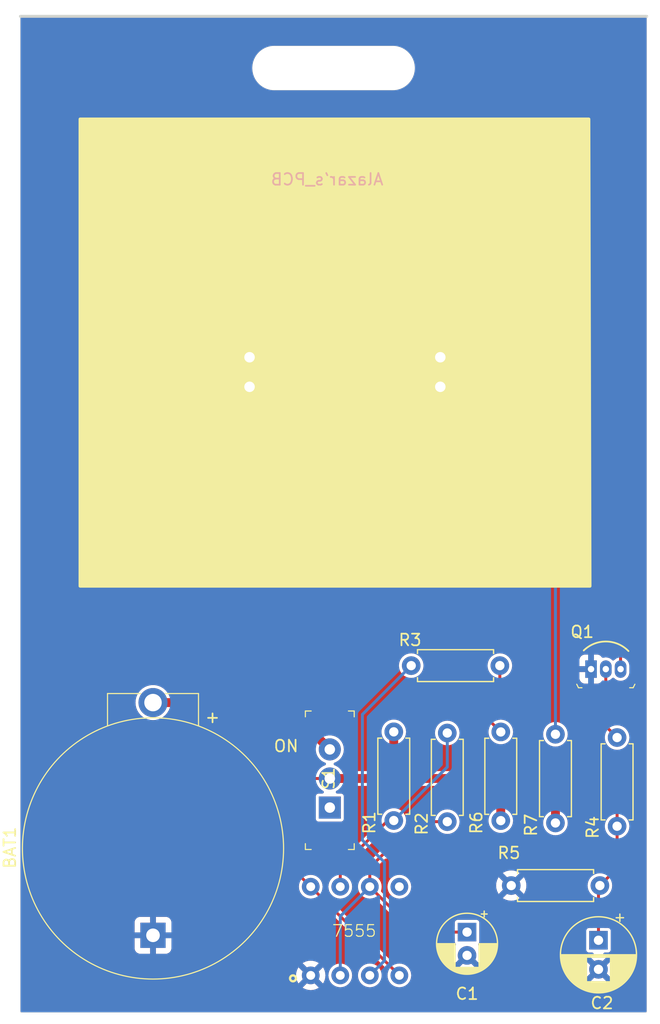
<source format=kicad_pcb>
(kicad_pcb (version 20221018) (generator pcbnew)
  (title_block (title "Alazar's PCB design") (date "2024-05-29") (rev "V01") (company "ME433") (comment 3 "Author: Alazar Tegegnework"))
  (layers (0 "F.Cu" signal) (31 "B.Cu" signal) (34 "B.Paste" user) (35 "F.Paste" user) (36 "B.SilkS" user "B.Silkscreen") (37 "F.SilkS" user "F.Silkscreen") (38 "B.Mask" user) (39 "F.Mask" user) (44 "Edge.Cuts" user))
  (net 0 "")
  (net 1 "GND")
  (net 2 "Net-(BAT1-PadPos)")
  (net 3 "Net-(U1-THRESH)")
  (net 4 "Net-(C2-Pad1)")
  (net 5 "Net-(D1-K)")
  (net 6 "Net-(D1-A)")
  (net 7 "Net-(D2-A)")
  (net 8 "Net-(Q1-B)")
  (net 9 "VCC")
  (net 10 "Net-(U1-DIS)")
  (net 11 "Net-(U1-OUT)")
  (footprint "Resistor_THT:R_Axial_DIN0207_L6.3mm_D2.5mm_P7.62mm_Horizontal" (layer "F.Cu") (at 163.7 102.99 -90)
    (fp_text reference "R2" (at 7.81 2.2 90) (layer "F.SilkS"))
    (fp_text value "330k")
    (fp_line (start 0.54 -1.37) (end 7.08 -1.37) (stroke (width 0.12)) (layer "F.SilkS"))
    (fp_line (start 0.54 -1.04) (end 0.54 -1.37) (stroke (width 0.12)) (layer "F.SilkS"))
    (fp_line (start 0.54 1.04) (end 0.54 1.37) (stroke (width 0.12)) (layer "F.SilkS"))
    (fp_line (start 0.54 1.37) (end 7.08 1.37) (stroke (width 0.12)) (layer "F.SilkS"))
    (fp_line (start 7.08 -1.37) (end 7.08 -1.04) (stroke (width 0.12)) (layer "F.SilkS"))
    (fp_line (start 7.08 1.37) (end 7.08 1.04) (stroke (width 0.12)) (layer "F.SilkS"))
    (pad "1" thru_hole circle (at 0 0 270) (size 1.6 1.6) (drill 0.8) (layers "*.Cu" "*.Mask") (net 10 "Net-(U1-DIS)"))
    (pad "2" thru_hole oval (at 7.62 0 270) (size 1.6 1.6) (drill 0.8) (layers "*.Cu" "*.Mask") (net 3 "Net-(U1-THRESH)"))
  )
  (footprint "LED_THT:LED_D3.0mm" (layer "F.Cu") (at 163.1 73.24 90)
    (fp_text reference "D2" (at 1.27 -2.96 90) (layer "F.SilkS"))
    (fp_text value "RED")
    (fp_line (start -0.29 -1.236) (end -0.29 -1.08) (stroke (width 0.12)) (layer "F.SilkS"))
    (fp_line (start -0.29 1.08) (end -0.29 1.236) (stroke (width 0.12)) (layer "F.SilkS"))
    (fp_arc (start -0.29 -1.235516) (mid 1.366487 -1.987659) (end 2.942335 -1.078608) (stroke (width 0.12)) (layer "F.SilkS"))
    (fp_arc (start 0.229039 -1.08) (mid 1.270117 -1.5) (end 2.31113 -1.079837) (stroke (width 0.12)) (layer "F.SilkS"))
    (fp_arc (start 2.31113 1.079837) (mid 1.270117 1.5) (end 0.229039 1.08) (stroke (width 0.12)) (layer "F.SilkS"))
    (fp_arc (start 2.942335 1.078608) (mid 1.366487 1.987659) (end -0.29 1.235516) (stroke (width 0.12)) (layer "F.SilkS"))
    (pad "1" thru_hole rect (at 0 0 90) (size 1.8 1.8) (drill 0.9) (layers "*.Cu" "*.Mask") (net 5 "Net-(D1-K)"))
    (pad "2" thru_hole circle (at 2.54 0 90) (size 1.8 1.8) (drill 0.9) (layers "*.Cu" "*.Mask") (net 7 "Net-(D2-A)"))
  )
  (footprint "Resistor_THT:R_Axial_DIN0207_L6.3mm_D2.5mm_P7.62mm_Horizontal" (layer "F.Cu") (at 160.6 97.2)
    (fp_text reference "R3" (at -0.1 -2.2) (layer "F.SilkS"))
    (fp_text value "22k")
    (fp_line (start 0.54 -1.37) (end 7.08 -1.37) (stroke (width 0.12)) (layer "F.SilkS"))
    (fp_line (start 0.54 -1.04) (end 0.54 -1.37) (stroke (width 0.12)) (layer "F.SilkS"))
    (fp_line (start 0.54 1.04) (end 0.54 1.37) (stroke (width 0.12)) (layer "F.SilkS"))
    (fp_line (start 0.54 1.37) (end 7.08 1.37) (stroke (width 0.12)) (layer "F.SilkS"))
    (fp_line (start 7.08 -1.37) (end 7.08 -1.04) (stroke (width 0.12)) (layer "F.SilkS"))
    (fp_line (start 7.08 1.37) (end 7.08 1.04) (stroke (width 0.12)) (layer "F.SilkS"))
    (pad "1" thru_hole circle (at 0 0) (size 1.6 1.6) (drill 0.8) (layers "*.Cu" "*.Mask") (net 11 "Net-(U1-OUT)"))
    (pad "2" thru_hole oval (at 7.62 0) (size 1.6 1.6) (drill 0.8) (layers "*.Cu" "*.Mask") (net 4 "Net-(C2-Pad1)"))
  )
  (footprint "Resistor_THT:R_Axial_DIN0207_L6.3mm_D2.5mm_P7.62mm_Horizontal" (layer "F.Cu") (at 178.3 111 90)
    (fp_text reference "R4" (at -0.1 -2.1 90) (layer "F.SilkS"))
    (fp_text value "10k")
    (fp_line (start 0.54 -1.37) (end 7.08 -1.37) (stroke (width 0.12)) (layer "F.SilkS"))
    (fp_line (start 0.54 -1.04) (end 0.54 -1.37) (stroke (width 0.12)) (layer "F.SilkS"))
    (fp_line (start 0.54 1.04) (end 0.54 1.37) (stroke (width 0.12)) (layer "F.SilkS"))
    (fp_line (start 0.54 1.37) (end 7.08 1.37) (stroke (width 0.12)) (layer "F.SilkS"))
    (fp_line (start 7.08 -1.37) (end 7.08 -1.04) (stroke (width 0.12)) (layer "F.SilkS"))
    (fp_line (start 7.08 1.37) (end 7.08 1.04) (stroke (width 0.12)) (layer "F.SilkS"))
    (pad "1" thru_hole circle (at 0 0 90) (size 1.6 1.6) (drill 0.8) (layers "*.Cu" "*.Mask") (net 4 "Net-(C2-Pad1)"))
    (pad "2" thru_hole oval (at 7.62 0 90) (size 1.6 1.6) (drill 0.8) (layers "*.Cu" "*.Mask") (net 8 "Net-(Q1-B)"))
  )
  (footprint "my_kikad:ICM7555_PDIP" (layer "F.Cu") (at 155.77 120.01)
    (fp_text reference "7555" (at -0.07 -0.01 unlocked) (layer "F.SilkS") (effects (font (thickness 0.1))))
    (fp_text value "~")
    (fp_circle (center -5.334 4.064) (end -5.08 4.064) (stroke (width 0.2032)) (fill none) (layer "F.SilkS"))
    (pad "1" thru_hole circle (at -3.81 3.81) (size 1.524 1.524) (drill 0.762) (layers "*.Cu" "*.Mask") (net 1 "GND"))
    (pad "2" thru_hole circle (at -1.27 3.81) (size 1.524 1.524) (drill 0.762) (layers "*.Cu" "*.Mask") (net 3 "Net-(U1-THRESH)"))
    (pad "3" thru_hole circle (at 1.27 3.81) (size 1.524 1.524) (drill 0.762) (layers "*.Cu" "*.Mask") (net 11 "Net-(U1-OUT)"))
    (pad "4" thru_hole circle (at 3.81 3.81) (size 1.524 1.524) (drill 0.762) (layers "*.Cu" "*.Mask") (net 9 "VCC"))
    (pad "5" thru_hole circle (at 3.81 -3.81) (size 1.524 1.524) (drill 0.762) (layers "*.Cu" "*.Mask"))
    (pad "6" thru_hole circle (at 1.27 -3.81) (size 1.524 1.524) (drill 0.762) (layers "*.Cu" "*.Mask") (net 3 "Net-(U1-THRESH)"))
    (pad "7" thru_hole circle (at -1.27 -3.81) (size 1.524 1.524) (drill 0.762) (layers "*.Cu" "*.Mask") (net 10 "Net-(U1-DIS)"))
    (pad "8" thru_hole circle (at -3.81 -3.81) (size 1.524 1.524) (drill 0.762) (layers "*.Cu" "*.Mask") (net 9 "VCC"))
  )
  (footprint "digikey-footprints:Battery_Holder_Coin_2032_BS-7" (layer "F.Cu") (at 138.4 120.3757 90)
    (fp_text reference "BAT1" (at 7.52856 -12.3063 90) (layer "F.SilkS"))
    (fp_text value "BS-7")
    (fp_line (start 18.034 -3.9116) (end 20.7772 -3.9116) (stroke (width 0.1)) (layer "F.SilkS"))
    (fp_line (start 18.034 3.9116) (end 20.7772 3.9116) (stroke (width 0.1)) (layer "F.SilkS"))
    (fp_line (start 20.7772 -3.9116) (end 20.7772 -1.0668) (stroke (width 0.1)) (layer "F.SilkS"))
    (fp_line (start 20.7772 3.9116) (end 20.7772 1.0668) (stroke (width 0.1)) (layer "F.SilkS"))
    (fp_circle (center 7.4676 0) (end -3.7592 0) (stroke (width 0.1)) (fill none) (layer "F.SilkS"))
    (pad "Neg" thru_hole rect (at 0 0 90) (size 2.17 2.17) (drill 1.17) (layers "*.Cu" "*.Mask") (net 1 "GND"))
    (pad "Pos" thru_hole circle (at 20 0 90) (size 2.5 2.5) (drill 1.5) (layers "*.Cu" "*.Mask") (net 2 "Net-(BAT1-PadPos)"))
  )
  (footprint "Resistor_THT:R_Axial_DIN0207_L6.3mm_D2.5mm_P7.62mm_Horizontal" (layer "F.Cu") (at 173 103.1 -90)
    (fp_text reference "R7" (at 7.8 2.1 90) (layer "F.SilkS"))
    (fp_text value "100")
    (fp_line (start 0.54 -1.37) (end 7.08 -1.37) (stroke (width 0.12)) (layer "F.SilkS"))
    (fp_line (start 0.54 -1.04) (end 0.54 -1.37) (stroke (width 0.12)) (layer "F.SilkS"))
    (fp_line (start 0.54 1.04) (end 0.54 1.37) (stroke (width 0.12)) (layer "F.SilkS"))
    (fp_line (start 0.54 1.37) (end 7.08 1.37) (stroke (width 0.12)) (layer "F.SilkS"))
    (fp_line (start 7.08 -1.37) (end 7.08 -1.04) (stroke (width 0.12)) (layer "F.SilkS"))
    (fp_line (start 7.08 1.37) (end 7.08 1.04) (stroke (width 0.12)) (layer "F.SilkS"))
    (pad "1" thru_hole circle (at 0 0 270) (size 1.6 1.6) (drill 0.8) (layers "*.Cu" "*.Mask") (net 7 "Net-(D2-A)"))
    (pad "2" thru_hole oval (at 7.62 0 270) (size 1.6 1.6) (drill 0.8) (layers "*.Cu" "*.Mask") (net 9 "VCC"))
  )
  (footprint "Capacitor_THT:CP_Radial_D5.0mm_P2.00mm" (layer "F.Cu") (at 165.4 120.1 -90)
    (fp_text reference "C1" (at 5.3 0 -180) (layer "F.SilkS"))
    (fp_text value "10uF")
    (fp_line (start -1.804775 -1.475) (end -1.304775 -1.475) (stroke (width 0.12)) (layer "F.SilkS"))
    (fp_line (start -1.554775 -1.725) (end -1.554775 -1.225) (stroke (width 0.12)) (layer "F.SilkS"))
    (fp_line (start 1 -2.58) (end 1 -1.04) (stroke (width 0.12)) (layer "F.SilkS"))
    (fp_line (start 1 1.04) (end 1 2.58) (stroke (width 0.12)) (layer "F.SilkS"))
    (fp_line (start 1.04 -2.58) (end 1.04 -1.04) (stroke (width 0.12)) (layer "F.SilkS"))
    (fp_line (start 1.04 1.04) (end 1.04 2.58) (stroke (width 0.12)) (layer "F.SilkS"))
    (fp_line (start 1.08 -2.579) (end 1.08 -1.04) (stroke (width 0.12)) (layer "F.SilkS"))
    (fp_line (start 1.08 1.04) (end 1.08 2.579) (stroke (width 0.12)) (layer "F.SilkS"))
    (fp_line (start 1.12 -2.578) (end 1.12 -1.04) (stroke (width 0.12)) (layer "F.SilkS"))
    (fp_line (start 1.12 1.04) (end 1.12 2.578) (stroke (width 0.12)) (layer "F.SilkS"))
    (fp_line (start 1.16 -2.576) (end 1.16 -1.04) (stroke (width 0.12)) (layer "F.SilkS"))
    (fp_line (start 1.16 1.04) (end 1.16 2.576) (stroke (width 0.12)) (layer "F.SilkS"))
    (fp_line (start 1.2 -2.573) (end 1.2 -1.04) (stroke (width 0.12)) (layer "F.SilkS"))
    (fp_line (start 1.2 1.04) (end 1.2 2.573) (stroke (width 0.12)) (layer "F.SilkS"))
    (fp_line (start 1.24 -2.569) (end 1.24 -1.04) (stroke (width 0.12)) (layer "F.SilkS"))
    (fp_line (start 1.24 1.04) (end 1.24 2.569) (stroke (width 0.12)) (layer "F.SilkS"))
    (fp_line (start 1.28 -2.565) (end 1.28 -1.04) (stroke (width 0.12)) (layer "F.SilkS"))
    (fp_line (start 1.28 1.04) (end 1.28 2.565) (stroke (width 0.12)) (layer "F.SilkS"))
    (fp_line (start 1.32 -2.561) (end 1.32 -1.04) (stroke (width 0.12)) (layer "F.SilkS"))
    (fp_line (start 1.32 1.04) (end 1.32 2.561) (stroke (width 0.12)) (layer "F.SilkS"))
    (fp_line (start 1.36 -2.556) (end 1.36 -1.04) (stroke (width 0.12)) (layer "F.SilkS"))
    (fp_line (start 1.36 1.04) (end 1.36 2.556) (stroke (width 0.12)) (layer "F.SilkS"))
    (fp_line (start 1.4 -2.55) (end 1.4 -1.04) (stroke (width 0.12)) (layer "F.SilkS"))
    (fp_line (start 1.4 1.04) (end 1.4 2.55) (stroke (width 0.12)) (layer "F.SilkS"))
    (fp_line (start 1.44 -2.543) (end 1.44 -1.04) (stroke (width 0.12)) (layer "F.SilkS"))
    (fp_line (start 1.44 1.04) (end 1.44 2.543) (stroke (width 0.12)) (layer "F.SilkS"))
    (fp_line (start 1.48 -2.536) (end 1.48 -1.04) (stroke (width 0.12)) (layer "F.SilkS"))
    (fp_line (start 1.48 1.04) (end 1.48 2.536) (stroke (width 0.12)) (layer "F.SilkS"))
    (fp_line (start 1.52 -2.528) (end 1.52 -1.04) (stroke (width 0.12)) (layer "F.SilkS"))
    (fp_line (start 1.52 1.04) (end 1.52 2.528) (stroke (width 0.12)) (layer "F.SilkS"))
    (fp_line (start 1.56 -2.52) (end 1.56 -1.04) (stroke (width 0.12)) (layer "F.SilkS"))
    (fp_line (start 1.56 1.04) (end 1.56 2.52) (stroke (width 0.12)) (layer "F.SilkS"))
    (fp_line (start 1.6 -2.511) (end 1.6 -1.04) (stroke (width 0.12)) (layer "F.SilkS"))
    (fp_line (start 1.6 1.04) (end 1.6 2.511) (stroke (width 0.12)) (layer "F.SilkS"))
    (fp_line (start 1.64 -2.501) (end 1.64 -1.04) (stroke (width 0.12)) (layer "F.SilkS"))
    (fp_line (start 1.64 1.04) (end 1.64 2.501) (stroke (width 0.12)) (layer "F.SilkS"))
    (fp_line (start 1.68 -2.491) (end 1.68 -1.04) (stroke (width 0.12)) (layer "F.SilkS"))
    (fp_line (start 1.68 1.04) (end 1.68 2.491) (stroke (width 0.12)) (layer "F.SilkS"))
    (fp_line (start 1.721 -2.48) (end 1.721 -1.04) (stroke (width 0.12)) (layer "F.SilkS"))
    (fp_line (start 1.721 1.04) (end 1.721 2.48) (stroke (width 0.12)) (layer "F.SilkS"))
    (fp_line (start 1.761 -2.468) (end 1.761 -1.04) (stroke (width 0.12)) (layer "F.SilkS"))
    (fp_line (start 1.761 1.04) (end 1.761 2.468) (stroke (width 0.12)) (layer "F.SilkS"))
    (fp_line (start 1.801 -2.455) (end 1.801 -1.04) (stroke (width 0.12)) (layer "F.SilkS"))
    (fp_line (start 1.801 1.04) (end 1.801 2.455) (stroke (width 0.12)) (layer "F.SilkS"))
    (fp_line (start 1.841 -2.442) (end 1.841 -1.04) (stroke (width 0.12)) (layer "F.SilkS"))
    (fp_line (start 1.841 1.04) (end 1.841 2.442) (stroke (width 0.12)) (layer "F.SilkS"))
    (fp_line (start 1.881 -2.428) (end 1.881 -1.04) (stroke (width 0.12)) (layer "F.SilkS"))
    (fp_line (start 1.881 1.04) (end 1.881 2.428) (stroke (width 0.12)) (layer "F.SilkS"))
    (fp_line (start 1.921 -2.414) (end 1.921 -1.04) (stroke (width 0.12)) (layer "F.SilkS"))
    (fp_line (start 1.921 1.04) (end 1.921 2.414) (stroke (width 0.12)) (layer "F.SilkS"))
    (fp_line (start 1.961 -2.398) (end 1.961 -1.04) (stroke (width 0.12)) (layer "F.SilkS"))
    (fp_line (start 1.961 1.04) (end 1.961 2.398) (stroke (width 0.12)) (layer "F.SilkS"))
    (fp_line (start 2.001 -2.382) (end 2.001 -1.04) (stroke (width 0.12)) (layer "F.SilkS"))
    (fp_line (start 2.001 1.04) (end 2.001 2.382) (stroke (width 0.12)) (layer "F.SilkS"))
    (fp_line (start 2.041 -2.365) (end 2.041 -1.04) (stroke (width 0.12)) (layer "F.SilkS"))
    (fp_line (start 2.041 1.04) (end 2.041 2.365) (stroke (width 0.12)) (layer "F.SilkS"))
    (fp_line (start 2.081 -2.348) (end 2.081 -1.04) (stroke (width 0.12)) (layer "F.SilkS"))
    (fp_line (start 2.081 1.04) (end 2.081 2.348) (stroke (width 0.12)) (layer "F.SilkS"))
    (fp_line (start 2.121 -2.329) (end 2.121 -1.04) (stroke (width 0.12)) (layer "F.SilkS"))
    (fp_line (start 2.121 1.04) (end 2.121 2.329) (stroke (width 0.12)) (layer "F.SilkS"))
    (fp_line (start 2.161 -2.31) (end 2.161 -1.04) (stroke (width 0.12)) (layer "F.SilkS"))
    (fp_line (start 2.161 1.04) (end 2.161 2.31) (stroke (width 0.12)) (layer "F.SilkS"))
    (fp_line (start 2.201 -2.29) (end 2.201 -1.04) (stroke (width 0.12)) (layer "F.SilkS"))
    (fp_line (start 2.201 1.04) (end 2.201 2.29) (stroke (width 0.12)) (layer "F.SilkS"))
    (fp_line (start 2.241 -2.268) (end 2.241 -1.04) (stroke (width 0.12)) (layer "F.SilkS"))
    (fp_line (start 2.241 1.04) (end 2.241 2.268) (stroke (width 0.12)) (layer "F.SilkS"))
    (fp_line (start 2.281 -2.247) (end 2.281 -1.04) (stroke (width 0.12)) (layer "F.SilkS"))
    (fp_line (start 2.281 1.04) (end 2.281 2.247) (stroke (width 0.12)) (layer "F.SilkS"))
    (fp_line (start 2.321 -2.224) (end 2.321 -1.04) (stroke (width 0.12)) (layer "F.SilkS"))
    (fp_line (start 2.321 1.04) (end 2.321 2.224) (stroke (width 0.12)) (layer "F.SilkS"))
    (fp_line (start 2.361 -2.2) (end 2.361 -1.04) (stroke (width 0.12)) (layer "F.SilkS"))
    (fp_line (start 2.361 1.04) (end 2.361 2.2) (stroke (width 0.12)) (layer "F.SilkS"))
    (fp_line (start 2.401 -2.175) (end 2.401 -1.04) (stroke (width 0.12)) (layer "F.SilkS"))
    (fp_line (start 2.401 1.04) (end 2.401 2.175) (stroke (width 0.12)) (layer "F.SilkS"))
    (fp_line (start 2.441 -2.149) (end 2.441 -1.04) (stroke (width 0.12)) (layer "F.SilkS"))
    (fp_line (start 2.441 1.04) (end 2.441 2.149) (stroke (width 0.12)) (layer "F.SilkS"))
    (fp_line (start 2.481 -2.122) (end 2.481 -1.04) (stroke (width 0.12)) (layer "F.SilkS"))
    (fp_line (start 2.481 1.04) (end 2.481 2.122) (stroke (width 0.12)) (layer "F.SilkS"))
    (fp_line (start 2.521 -2.095) (end 2.521 -1.04) (stroke (width 0.12)) (layer "F.SilkS"))
    (fp_line (start 2.521 1.04) (end 2.521 2.095) (stroke (width 0.12)) (layer "F.SilkS"))
    (fp_line (start 2.561 -2.065) (end 2.561 -1.04) (stroke (width 0.12)) (layer "F.SilkS"))
    (fp_line (start 2.561 1.04) (end 2.561 2.065) (stroke (width 0.12)) (layer "F.SilkS"))
    (fp_line (start 2.601 -2.035) (end 2.601 -1.04) (stroke (width 0.12)) (layer "F.SilkS"))
    (fp_line (start 2.601 1.04) (end 2.601 2.035) (stroke (width 0.12)) (layer "F.SilkS"))
    (fp_line (start 2.641 -2.004) (end 2.641 -1.04) (stroke (width 0.12)) (layer "F.SilkS"))
    (fp_line (start 2.641 1.04) (end 2.641 2.004) (stroke (width 0.12)) (layer "F.SilkS"))
    (fp_line (start 2.681 -1.971) (end 2.681 -1.04) (stroke (width 0.12)) (layer "F.SilkS"))
    (fp_line (start 2.681 1.04) (end 2.681 1.971) (stroke (width 0.12)) (layer "F.SilkS"))
    (fp_line (start 2.721 -1.937) (end 2.721 -1.04) (stroke (width 0.12)) (layer "F.SilkS"))
    (fp_line (start 2.721 1.04) (end 2.721 1.937) (stroke (width 0.12)) (layer "F.SilkS"))
    (fp_line (start 2.761 -1.901) (end 2.761 -1.04) (stroke (width 0.12)) (layer "F.SilkS"))
    (fp_line (start 2.761 1.04) (end 2.761 1.901) (stroke (width 0.12)) (layer "F.SilkS"))
    (fp_line (start 2.801 -1.864) (end 2.801 -1.04) (stroke (width 0.12)) (layer "F.SilkS"))
    (fp_line (start 2.801 1.04) (end 2.801 1.864) (stroke (width 0.12)) (layer "F.SilkS"))
    (fp_line (start 2.841 -1.826) (end 2.841 -1.04) (stroke (width 0.12)) (layer "F.SilkS"))
    (fp_line (start 2.841 1.04) (end 2.841 1.826) (stroke (width 0.12)) (layer "F.SilkS"))
    (fp_line (start 2.881 -1.785) (end 2.881 -1.04) (stroke (width 0.12)) (layer "F.SilkS"))
    (fp_line (start 2.881 1.04) (end 2.881 1.785) (stroke (width 0.12)) (layer "F.SilkS"))
    (fp_line (start 2.921 -1.743) (end 2.921 -1.04) (stroke (width 0.12)) (layer "F.SilkS"))
    (fp_line (start 2.921 1.04) (end 2.921 1.743) (stroke (width 0.12)) (layer "F.SilkS"))
    (fp_line (start 2.961 -1.699) (end 2.961 -1.04) (stroke (width 0.12)) (layer "F.SilkS"))
    (fp_line (start 2.961 1.04) (end 2.961 1.699) (stroke (width 0.12)) (layer "F.SilkS"))
    (fp_line (start 3.001 -1.653) (end 3.001 -1.04) (stroke (width 0.12)) (layer "F.SilkS"))
    (fp_line (start 3.001 1.04) (end 3.001 1.653) (stroke (width 0.12)) (layer "F.SilkS"))
    (fp_line (start 3.041 -1.605) (end 3.041 1.605) (stroke (width 0.12)) (layer "F.SilkS"))
    (fp_line (start 3.081 -1.554) (end 3.081 1.554) (stroke (width 0.12)) (layer "F.SilkS"))
    (fp_line (start 3.121 -1.5) (end 3.121 1.5) (stroke (width 0.12)) (layer "F.SilkS"))
    (fp_line (start 3.161 -1.443) (end 3.161 1.443) (stroke (width 0.12)) (layer "F.SilkS"))
    (fp_line (start 3.201 -1.383) (end 3.201 1.383) (stroke (width 0.12)) (layer "F.SilkS"))
    (fp_line (start 3.241 -1.319) (end 3.241 1.319) (stroke (width 0.12)) (layer "F.SilkS"))
    (fp_line (start 3.281 -1.251) (end 3.281 1.251) (stroke (width 0.12)) (layer "F.SilkS"))
    (fp_line (start 3.321 -1.178) (end 3.321 1.178) (stroke (width 0.12)) (layer "F.SilkS"))
    (fp_line (start 3.361 -1.098) (end 3.361 1.098) (stroke (width 0.12)) (layer "F.SilkS"))
    (fp_line (start 3.401 -1.011) (end 3.401 1.011) (stroke (width 0.12)) (layer "F.SilkS"))
    (fp_line (start 3.441 -0.915) (end 3.441 0.915) (stroke (width 0.12)) (layer "F.SilkS"))
    (fp_line (start 3.481 -0.805) (end 3.481 0.805) (stroke (width 0.12)) (layer "F.SilkS"))
    (fp_line (start 3.521 -0.677) (end 3.521 0.677) (stroke (width 0.12)) (layer "F.SilkS"))
    (fp_line (start 3.561 -0.518) (end 3.561 0.518) (stroke (width 0.12)) (layer "F.SilkS"))
    (fp_line (start 3.601 -0.284) (end 3.601 0.284) (stroke (width 0.12)) (layer "F.SilkS"))
    (fp_circle (center 1 0) (end 3.62 0) (stroke (width 0.12)) (fill none) (layer "F.SilkS"))
    (pad "1" thru_hole rect (at 0 0 270) (size 1.6 1.6) (drill 0.8) (layers "*.Cu" "*.Mask") (net 3 "Net-(U1-THRESH)"))
    (pad "2" thru_hole circle (at 2 0 270) (size 1.6 1.6) (drill 0.8) (layers "*.Cu" "*.Mask") (net 1 "GND"))
  )
  (footprint "digikey-footprints:Switch_Slide_11.6x4mm_EG1218" (layer "F.Cu") (at 153.6 109.4 90)
    (fp_text reference "S1" (at 2.5 -0.1 90) (layer "F.SilkS"))
    (fp_text value "EG1218")
    (fp_line (start -3.6 -2.1) (end -3.6 -1.6) (stroke (width 0.1)) (layer "F.SilkS"))
    (fp_line (start -3.6 -2.1) (end -3.1 -2.1) (stroke (width 0.1)) (layer "F.SilkS"))
    (fp_line (start -3.6 2.1) (end -3.6 1.6) (stroke (width 0.1)) (layer "F.SilkS"))
    (fp_line (start -3.6 2.1) (end -3.1 2.1) (stroke (width 0.1)) (layer "F.SilkS"))
    (fp_line (start 8.3 -2.1) (end 7.8 -2.1) (stroke (width 0.1)) (layer "F.SilkS"))
    (fp_line (start 8.3 -2.1) (end 8.3 -1.6) (stroke (width 0.1)) (layer "F.SilkS"))
    (fp_line (start 8.3 2.1) (end 7.8 2.1) (stroke (width 0.1)) (layer "F.SilkS"))
    (fp_line (start 8.3 2.1) (end 8.3 1.6) (stroke (width 0.1)) (layer "F.SilkS"))
    (pad "1" thru_hole rect (at 0 0 90) (size 1.9 1.9) (drill 0.9) (layers "*.Cu" "*.Mask"))
    (pad "2" thru_hole circle (at 2.5 0 90) (size 1.9 1.9) (drill 0.9) (layers "*.Cu" "*.Mask") (net 9 "VCC"))
    (pad "3" thru_hole circle (at 5 0 90) (size 1.9 1.9) (drill 0.9) (layers "*.Cu" "*.Mask") (net 2 "Net-(BAT1-PadPos)"))
  )
  (footprint "Resistor_THT:R_Axial_DIN0207_L6.3mm_D2.5mm_P7.62mm_Horizontal" (layer "F.Cu") (at 159.1 102.89 -90)
    (fp_text reference "R1" (at 7.81 2.1 90) (layer "F.SilkS"))
    (fp_text value "22k")
    (fp_line (start 0.54 -1.37) (end 7.08 -1.37) (stroke (width 0.12)) (layer "F.SilkS"))
    (fp_line (start 0.54 -1.04) (end 0.54 -1.37) (stroke (width 0.12)) (layer "F.SilkS"))
    (fp_line (start 0.54 1.04) (end 0.54 1.37) (stroke (width 0.12)) (layer "F.SilkS"))
    (fp_line (start 0.54 1.37) (end 7.08 1.37) (stroke (width 0.12)) (layer "F.SilkS"))
    (fp_line (start 7.08 -1.37) (end 7.08 -1.04) (stroke (width 0.12)) (layer "F.SilkS"))
    (fp_line (start 7.08 1.37) (end 7.08 1.04) (stroke (width 0.12)) (layer "F.SilkS"))
    (pad "1" thru_hole circle (at 0 0 270) (size 1.6 1.6) (drill 0.8) (layers "*.Cu" "*.Mask") (net 9 "VCC"))
    (pad "2" thru_hole oval (at 7.62 0 270) (size 1.6 1.6) (drill 0.8) (layers "*.Cu" "*.Mask") (net 10 "Net-(U1-DIS)"))
  )
  (footprint "Resistor_THT:R_Axial_DIN0207_L6.3mm_D2.5mm_P7.62mm_Horizontal" (layer "F.Cu") (at 169.2 116.1)
    (fp_text reference "R5" (at -0.2 -2.8) (layer "F.SilkS"))
    (fp_text value "100k")
    (fp_line (start 0.54 -1.37) (end 7.08 -1.37) (stroke (width 0.12)) (layer "F.SilkS"))
    (fp_line (start 0.54 -1.04) (end 0.54 -1.37) (stroke (width 0.12)) (layer "F.SilkS"))
    (fp_line (start 0.54 1.04) (end 0.54 1.37) (stroke (width 0.12)) (layer "F.SilkS"))
    (fp_line (start 0.54 1.37) (end 7.08 1.37) (stroke (width 0.12)) (layer "F.SilkS"))
    (fp_line (start 7.08 -1.37) (end 7.08 -1.04) (stroke (width 0.12)) (layer "F.SilkS"))
    (fp_line (start 7.08 1.37) (end 7.08 1.04) (stroke (width 0.12)) (layer "F.SilkS"))
    (pad "1" thru_hole circle (at 0 0) (size 1.6 1.6) (drill 0.8) (layers "*.Cu" "*.Mask") (net 1 "GND"))
    (pad "2" thru_hole oval (at 7.62 0) (size 1.6 1.6) (drill 0.8) (layers "*.Cu" "*.Mask") (net 4 "Net-(C2-Pad1)"))
  )
  (footprint "LED_THT:LED_D3.0mm" (layer "F.Cu") (at 146.7 73.24 90)
    (fp_text reference "D1" (at 1.27 -2.96 90) (layer "F.SilkS"))
    (fp_text value "RED")
    (fp_line (start -0.29 -1.236) (end -0.29 -1.08) (stroke (width 0.12)) (layer "F.SilkS"))
    (fp_line (start -0.29 1.08) (end -0.29 1.236) (stroke (width 0.12)) (layer "F.SilkS"))
    (fp_arc (start -0.29 -1.235516) (mid 1.366487 -1.987659) (end 2.942335 -1.078608) (stroke (width 0.12)) (layer "F.SilkS"))
    (fp_arc (start 0.229039 -1.08) (mid 1.270117 -1.5) (end 2.31113 -1.079837) (stroke (width 0.12)) (layer "F.SilkS"))
    (fp_arc (start 2.31113 1.079837) (mid 1.270117 1.5) (end 0.229039 1.08) (stroke (width 0.12)) (layer "F.SilkS"))
    (fp_arc (start 2.942335 1.078608) (mid 1.366487 1.987659) (end -0.29 1.235516) (stroke (width 0.12)) (layer "F.SilkS"))
    (pad "1" thru_hole rect (at 0 0 90) (size 1.8 1.8) (drill 0.9) (layers "*.Cu" "*.Mask") (net 5 "Net-(D1-K)"))
    (pad "2" thru_hole circle (at 2.54 0 90) (size 1.8 1.8) (drill 0.9) (layers "*.Cu" "*.Mask") (net 6 "Net-(D1-A)"))
  )
  (footprint "Capacitor_THT:CP_Radial_D6.3mm_P2.50mm" (layer "F.Cu") (at 176.7 120.8 -90)
    (fp_text reference "C2" (at 5.4 -0.3 -180) (layer "F.SilkS"))
    (fp_text value "100uF")
    (fp_line (start -2.250241 -1.839) (end -1.620241 -1.839) (stroke (width 0.12)) (layer "F.SilkS"))
    (fp_line (start -1.935241 -2.154) (end -1.935241 -1.524) (stroke (width 0.12)) (layer "F.SilkS"))
    (fp_line (start 1.25 -3.23) (end 1.25 3.23) (stroke (width 0.12)) (layer "F.SilkS"))
    (fp_line (start 1.29 -3.23) (end 1.29 3.23) (stroke (width 0.12)) (layer "F.SilkS"))
    (fp_line (start 1.33 -3.23) (end 1.33 3.23) (stroke (width 0.12)) (layer "F.SilkS"))
    (fp_line (start 1.37 -3.228) (end 1.37 3.228) (stroke (width 0.12)) (layer "F.SilkS"))
    (fp_line (start 1.41 -3.227) (end 1.41 3.227) (stroke (width 0.12)) (layer "F.SilkS"))
    (fp_line (start 1.45 -3.224) (end 1.45 3.224) (stroke (width 0.12)) (layer "F.SilkS"))
    (fp_line (start 1.49 -3.222) (end 1.49 -1.04) (stroke (width 0.12)) (layer "F.SilkS"))
    (fp_line (start 1.49 1.04) (end 1.49 3.222) (stroke (width 0.12)) (layer "F.SilkS"))
    (fp_line (start 1.53 -3.218) (end 1.53 -1.04) (stroke (width 0.12)) (layer "F.SilkS"))
    (fp_line (start 1.53 1.04) (end 1.53 3.218) (stroke (width 0.12)) (layer "F.SilkS"))
    (fp_line (start 1.57 -3.215) (end 1.57 -1.04) (stroke (width 0.12)) (layer "F.SilkS"))
    (fp_line (start 1.57 1.04) (end 1.57 3.215) (stroke (width 0.12)) (layer "F.SilkS"))
    (fp_line (start 1.61 -3.211) (end 1.61 -1.04) (stroke (width 0.12)) (layer "F.SilkS"))
    (fp_line (start 1.61 1.04) (end 1.61 3.211) (stroke (width 0.12)) (layer "F.SilkS"))
    (fp_line (start 1.65 -3.206) (end 1.65 -1.04) (stroke (width 0.12)) (layer "F.SilkS"))
    (fp_line (start 1.65 1.04) (end 1.65 3.206) (stroke (width 0.12)) (layer "F.SilkS"))
    (fp_line (start 1.69 -3.201) (end 1.69 -1.04) (stroke (width 0.12)) (layer "F.SilkS"))
    (fp_line (start 1.69 1.04) (end 1.69 3.201) (stroke (width 0.12)) (layer "F.SilkS"))
    (fp_line (start 1.73 -3.195) (end 1.73 -1.04) (stroke (width 0.12)) (layer "F.SilkS"))
    (fp_line (start 1.73 1.04) (end 1.73 3.195) (stroke (width 0.12)) (layer "F.SilkS"))
    (fp_line (start 1.77 -3.189) (end 1.77 -1.04) (stroke (width 0.12)) (layer "F.SilkS"))
    (fp_line (start 1.77 1.04) (end 1.77 3.189) (stroke (width 0.12)) (layer "F.SilkS"))
    (fp_line (start 1.81 -3.182) (end 1.81 -1.04) (stroke (width 0.12)) (layer "F.SilkS"))
    (fp_line (start 1.81 1.04) (end 1.81 3.182) (stroke (width 0.12)) (layer "F.SilkS"))
    (fp_line (start 1.85 -3.175) (end 1.85 -1.04) (stroke (width 0.12)) (layer "F.SilkS"))
    (fp_line (start 1.85 1.04) (end 1.85 3.175) (stroke (width 0.12)) (layer "F.SilkS"))
    (fp_line (start 1.89 -3.167) (end 1.89 -1.04) (stroke (width 0.12)) (layer "F.SilkS"))
    (fp_line (start 1.89 1.04) (end 1.89 3.167) (stroke (width 0.12)) (layer "F.SilkS"))
    (fp_line (start 1.93 -3.159) (end 1.93 -1.04) (stroke (width 0.12)) (layer "F.SilkS"))
    (fp_line (start 1.93 1.04) (end 1.93 3.159) (stroke (width 0.12)) (layer "F.SilkS"))
    (fp_line (start 1.971 -3.15) (end 1.971 -1.04) (stroke (width 0.12)) (layer "F.SilkS"))
    (fp_line (start 1.971 1.04) (end 1.971 3.15) (stroke (width 0.12)) (layer "F.SilkS"))
    (fp_line (start 2.011 -3.141) (end 2.011 -1.04) (stroke (width 0.12)) (layer "F.SilkS"))
    (fp_line (start 2.011 1.04) (end 2.011 3.141) (stroke (width 0.12)) (layer "F.SilkS"))
    (fp_line (start 2.051 -3.131) (end 2.051 -1.04) (stroke (width 0.12)) (layer "F.SilkS"))
    (fp_line (start 2.051 1.04) (end 2.051 3.131) (stroke (width 0.12)) (layer "F.SilkS"))
    (fp_line (start 2.091 -3.121) (end 2.091 -1.04) (stroke (width 0.12)) (layer "F.SilkS"))
    (fp_line (start 2.091 1.04) (end 2.091 3.121) (stroke (width 0.12)) (layer "F.SilkS"))
    (fp_line (start 2.131 -3.11) (end 2.131 -1.04) (stroke (width 0.12)) (layer "F.SilkS"))
    (fp_line (start 2.131 1.04) (end 2.131 3.11) (stroke (width 0.12)) (layer "F.SilkS"))
    (fp_line (start 2.171 -3.098) (end 2.171 -1.04) (stroke (width 0.12)) (layer "F.SilkS"))
    (fp_line (start 2.171 1.04) (end 2.171 3.098) (stroke (width 0.12)) (layer "F.SilkS"))
    (fp_line (start 2.211 -3.086) (end 2.211 -1.04) (stroke (width 0.12)) (layer "F.SilkS"))
    (fp_line (start 2.211 1.04) (end 2.211 3.086) (stroke (width 0.12)) (layer "F.SilkS"))
    (fp_line (start 2.251 -3.074) (end 2.251 -1.04) (stroke (width 0.12)) (layer "F.SilkS"))
    (fp_line (start 2.251 1.04) (end 2.251 3.074) (stroke (width 0.12)) (layer "F.SilkS"))
    (fp_line (start 2.291 -3.061) (end 2.291 -1.04) (stroke (width 0.12)) (layer "F.SilkS"))
    (fp_line (start 2.291 1.04) (end 2.291 3.061) (stroke (width 0.12)) (layer "F.SilkS"))
    (fp_line (start 2.331 -3.047) (end 2.331 -1.04) (stroke (width 0.12)) (layer "F.SilkS"))
    (fp_line (start 2.331 1.04) (end 2.331 3.047) (stroke (width 0.12)) (layer "F.SilkS"))
    (fp_line (start 2.371 -3.033) (end 2.371 -1.04) (stroke (width 0.12)) (layer "F.SilkS"))
    (fp_line (start 2.371 1.04) (end 2.371 3.033) (stroke (width 0.12)) (layer "F.SilkS"))
    (fp_line (start 2.411 -3.018) (end 2.411 -1.04) (stroke (width 0.12)) (layer "F.SilkS"))
    (fp_line (start 2.411 1.04) (end 2.411 3.018) (stroke (width 0.12)) (layer "F.SilkS"))
    (fp_line (start 2.451 -3.002) (end 2.451 -1.04) (stroke (width 0.12)) (layer "F.SilkS"))
    (fp_line (start 2.451 1.04) (end 2.451 3.002) (stroke (width 0.12)) (layer "F.SilkS"))
    (fp_line (start 2.491 -2.986) (end 2.491 -1.04) (stroke (width 0.12)) (layer "F.SilkS"))
    (fp_line (start 2.491 1.04) (end 2.491 2.986) (stroke (width 0.12)) (layer "F.SilkS"))
    (fp_line (start 2.531 -2.97) (end 2.531 -1.04) (stroke (width 0.12)) (layer "F.SilkS"))
    (fp_line (start 2.531 1.04) (end 2.531 2.97) (stroke (width 0.12)) (layer "F.SilkS"))
    (fp_line (start 2.571 -2.952) (end 2.571 -1.04) (stroke (width 0.12)) (layer "F.SilkS"))
    (fp_line (start 2.571 1.04) (end 2.571 2.952) (stroke (width 0.12)) (layer "F.SilkS"))
    (fp_line (start 2.611 -2.934) (end 2.611 -1.04) (stroke (width 0.12)) (layer "F.SilkS"))
    (fp_line (start 2.611 1.04) (end 2.611 2.934) (stroke (width 0.12)) (layer "F.SilkS"))
    (fp_line (start 2.651 -2.916) (end 2.651 -1.04) (stroke (width 0.12)) (layer "F.SilkS"))
    (fp_line (start 2.651 1.04) (end 2.651 2.916) (stroke (width 0.12)) (layer "F.SilkS"))
    (fp_line (start 2.691 -2.896) (end 2.691 -1.04) (stroke (width 0.12)) (layer "F.SilkS"))
    (fp_line (start 2.691 1.04) (end 2.691 2.896) (stroke (width 0.12)) (layer "F.SilkS"))
    (fp_line (start 2.731 -2.876) (end 2.731 -1.04) (stroke (width 0.12)) (layer "F.SilkS"))
    (fp_line (start 2.731 1.04) (end 2.731 2.876) (stroke (width 0.12)) (layer "F.SilkS"))
    (fp_line (start 2.771 -2.856) (end 2.771 -1.04) (stroke (width 0.12)) (layer "F.SilkS"))
    (fp_line (start 2.771 1.04) (end 2.771 2.856) (stroke (width 0.12)) (layer "F.SilkS"))
    (fp_line (start 2.811 -2.834) (end 2.811 -1.04) (stroke (width 0.12)) (layer "F.SilkS"))
    (fp_line (start 2.811 1.04) (end 2.811 2.834) (stroke (width 0.12)) (layer "F.SilkS"))
    (fp_line (start 2.851 -2.812) (end 2.851 -1.04) (stroke (width 0.12)) (layer "F.SilkS"))
    (fp_line (start 2.851 1.04) (end 2.851 2.812) (stroke (width 0.12)) (layer "F.SilkS"))
    (fp_line (start 2.891 -2.79) (end 2.891 -1.04) (stroke (width 0.12)) (layer "F.SilkS"))
    (fp_line (start 2.891 1.04) (end 2.891 2.79) (stroke (width 0.12)) (layer "F.SilkS"))
    (fp_line (start 2.931 -2.766) (end 2.931 -1.04) (stroke (width 0.12)) (layer "F.SilkS"))
    (fp_line (start 2.931 1.04) (end 2.931 2.766) (stroke (width 0.12)) (layer "F.SilkS"))
    (fp_line (start 2.971 -2.742) (end 2.971 -1.04) (stroke (width 0.12)) (layer "F.SilkS"))
    (fp_line (start 2.971 1.04) (end 2.971 2.742) (stroke (width 0.12)) (layer "F.SilkS"))
    (fp_line (start 3.011 -2.716) (end 3.011 -1.04) (stroke (width 0.12)) (layer "F.SilkS"))
    (fp_line (start 3.011 1.04) (end 3.011 2.716) (stroke (width 0.12)) (layer "F.SilkS"))
    (fp_line (start 3.051 -2.69) (end 3.051 -1.04) (stroke (width 0.12)) (layer "F.SilkS"))
    (fp_line (start 3.051 1.04) (end 3.051 2.69) (stroke (width 0.12)) (layer "F.SilkS"))
    (fp_line (start 3.091 -2.664) (end 3.091 -1.04) (stroke (width 0.12)) (layer "F.SilkS"))
    (fp_line (start 3.091 1.04) (end 3.091 2.664) (stroke (width 0.12)) (layer "F.SilkS"))
    (fp_line (start 3.131 -2.636) (end 3.131 -1.04) (stroke (width 0.12)) (layer "F.SilkS"))
    (fp_line (start 3.131 1.04) (end 3.131 2.636) (stroke (width 0.12)) (layer "F.SilkS"))
    (fp_line (start 3.171 -2.607) (end 3.171 -1.04) (stroke (width 0.12)) (layer "F.SilkS"))
    (fp_line (start 3.171 1.04) (end 3.171 2.607) (stroke (width 0.12)) (layer "F.SilkS"))
    (fp_line (start 3.211 -2.578) (end 3.211 -1.04) (stroke (width 0.12)) (layer "F.SilkS"))
    (fp_line (start 3.211 1.04) (end 3.211 2.578) (stroke (width 0.12)) (layer "F.SilkS"))
    (fp_line (start 3.251 -2.548) (end 3.251 -1.04) (stroke (width 0.12)) (layer "F.SilkS"))
    (fp_line (start 3.251 1.04) (end 3.251 2.548) (stroke (width 0.12)) (layer "F.SilkS"))
    (fp_line (start 3.291 -2.516) (end 3.291 -1.04) (stroke (width 0.12)) (layer "F.SilkS"))
    (fp_line (start 3.291 1.04) (end 3.291 2.516) (stroke (width 0.12)) (layer "F.SilkS"))
    (fp_line (start 3.331 -2.484) (end 3.331 -1.04) (stroke (width 0.12)) (layer "F.SilkS"))
    (fp_line (start 3.331 1.04) (end 3.331 2.484) (stroke (width 0.12)) (layer "F.SilkS"))
    (fp_line (start 3.371 -2.45) (end 3.371 -1.04) (stroke (width 0.12)) (layer "F.SilkS"))
    (fp_line (start 3.371 1.04) (end 3.371 2.45) (stroke (width 0.12)) (layer "F.SilkS"))
    (fp_line (start 3.411 -2.416) (end 3.411 -1.04) (stroke (width 0.12)) (layer "F.SilkS"))
    (fp_line (start 3.411 1.04) (end 3.411 2.416) (stroke (width 0.12)) (layer "F.SilkS"))
    (fp_line (start 3.451 -2.38) (end 3.451 -1.04) (stroke (width 0.12)) (layer "F.SilkS"))
    (fp_line (start 3.451 1.04) (end 3.451 2.38) (stroke (width 0.12)) (layer "F.SilkS"))
    (fp_line (start 3.491 -2.343) (end 3.491 -1.04) (stroke (width 0.12)) (layer "F.SilkS"))
    (fp_line (start 3.491 1.04) (end 3.491 2.343) (stroke (width 0.12)) (layer "F.SilkS"))
    (fp_line (start 3.531 -2.305) (end 3.531 -1.04) (stroke (width 0.12)) (layer "F.SilkS"))
    (fp_line (start 3.531 1.04) (end 3.531 2.305) (stroke (width 0.12)) (layer "F.SilkS"))
    (fp_line (start 3.571 -2.265) (end 3.571 2.265) (stroke (width 0.12)) (layer "F.SilkS"))
    (fp_line (start 3.611 -2.224) (end 3.611 2.224) (stroke (width 0.12)) (layer "F.SilkS"))
    (fp_line (start 3.651 -2.182) (end 3.651 2.182) (stroke (width 0.12)) (layer "F.SilkS"))
    (fp_line (start 3.691 -2.137) (end 3.691 2.137) (stroke (width 0.12)) (layer "F.SilkS"))
    (fp_line (start 3.731 -2.092) (end 3.731 2.092) (stroke (width 0.12)) (layer "F.SilkS"))
    (fp_line (start 3.771 -2.044) (end 3.771 2.044) (stroke (width 0.12)) (layer "F.SilkS"))
    (fp_line (start 3.811 -1.995) (end 3.811 1.995) (stroke (width 0.12)) (layer "F.SilkS"))
    (fp_line (start 3.851 -1.944) (end 3.851 1.944) (stroke (width 0.12)) (layer "F.SilkS"))
    (fp_line (start 3.891 -1.89) (end 3.891 1.89) (stroke (width 0.12)) (layer "F.SilkS"))
    (fp_line (start 3.931 -1.834) (end 3.931 1.834) (stroke (width 0.12)) (layer "F.SilkS"))
    (fp_line (start 3.971 -1.776) (end 3.971 1.776) (stroke (width 0.12)) (layer "F.SilkS"))
    (fp_line (start 4.011 -1.714) (end 4.011 1.714) (stroke (width 0.12)) (layer "F.SilkS"))
    (fp_line (start 4.051 -1.65) (end 4.051 1.65) (stroke (width 0.12)) (layer "F.SilkS"))
    (fp_line (start 4.091 -1.581) (end 4.091 1.581) (stroke (width 0.12)) (layer "F.SilkS"))
    (fp_line (start 4.131 -1.509) (end 4.131 1.509) (stroke (width 0.12)) (layer "F.SilkS"))
    (fp_line (start 4.171 -1.432) (end 4.171 1.432) (stroke (width 0.12)) (layer "F.SilkS"))
    (fp_line (start 4.211 -1.35) (end 4.211 1.35) (stroke (width 0.12)) (layer "F.SilkS"))
    (fp_line (start 4.251 -1.262) (end 4.251 1.262) (stroke (width 0.12)) (layer "F.SilkS"))
    (fp_line (start 4.291 -1.165) (end 4.291 1.165) (stroke (width 0.12)) (layer "F.SilkS"))
    (fp_line (start 4.331 -1.059) (end 4.331 1.059) (stroke (width 0.12)) (layer "F.SilkS"))
    (fp_line (start 4.371 -0.94) (end 4.371 0.94) (stroke (width 0.12)) (layer "F.SilkS"))
    (fp_line (start 4.411 -0.802) (end 4.411 0.802) (stroke (width 0.12)) (layer "F.SilkS"))
    (fp_line (start 4.451 -0.633) (end 4.451 0.633) (stroke (width 0.12)) (layer "F.SilkS"))
    (fp_line (start 4.491 -0.402) (end 4.491 0.402) (stroke (width 0.12)) (layer "F.SilkS"))
    (fp_circle (center 1.25 0) (end 4.52 0) (stroke (width 0.12)) (fill none) (layer "F.SilkS"))
    (pad "1" thru_hole rect (at 0 0 270) (size 1.6 1.6) (drill 0.8) (layers "*.Cu" "*.Mask") (net 4 "Net-(C2-Pad1)"))
    (pad "2" thru_hole circle (at 2.5 0 270) (size 1.6 1.6) (drill 0.8) (layers "*.Cu" "*.Mask") (net 1 "GND"))
  )
  (footprint "digikey-footprints:TO-92-3" (layer "F.Cu") (at 176.06 97.5)
    (fp_text reference "Q1" (at -0.76 -3.2) (layer "F.SilkS"))
    (fp_text value "2N3904")
    (fp_line (start -1.08 1.6) (end -1.23 1.3) (stroke (width 0.1)) (layer "F.SilkS"))
    (fp_line (start -0.78 1.6) (end -1.08 1.6) (stroke (width 0.1)) (layer "F.SilkS"))
    (fp_line (start 3.62 1.6) (end 3.32 1.6) (stroke (width 0.1)) (layer "F.SilkS"))
    (fp_line (start 3.62 1.6) (end 3.77 1.3) (stroke (width 0.1)) (layer "F.SilkS"))
    (fp_arc (start -0.63 -1.6) (mid 1.305355 -2.372361) (end 3.22 -1.55) (stroke (width 0.15)) (layer "F.SilkS"))
    (pad "1" thru_hole rect (at 0 0 180) (size 1 1.5) (drill 0.55) (layers "*.Cu" "*.Mask") (net 1 "GND"))
    (pad "2" thru_hole oval (at 1.27 0 180) (size 1 1.5) (drill 0.55) (layers "*.Cu" "*.Mask") (net 8 "Net-(Q1-B)"))
    (pad "3" thru_hole oval (at 2.54 0 180) (size 1 1.5) (drill 0.55) (layers "*.Cu" "*.Mask") (net 5 "Net-(D1-K)"))
  )
  (footprint "Resistor_THT:R_Axial_DIN0207_L6.3mm_D2.5mm_P7.62mm_Horizontal" (layer "F.Cu") (at 168.3 102.9 -90)
    (fp_text reference "R6" (at 7.8 2.1 90) (layer "F.SilkS"))
    (fp_text value "100")
    (fp_line (start 0.54 -1.37) (end 7.08 -1.37) (stroke (width 0.12)) (layer "F.SilkS"))
    (fp_line (start 0.54 -1.04) (end 0.54 -1.37) (stroke (width 0.12)) (layer "F.SilkS"))
    (fp_line (start 0.54 1.04) (end 0.54 1.37) (stroke (width 0.12)) (layer "F.SilkS"))
    (fp_line (start 0.54 1.37) (end 7.08 1.37) (stroke (width 0.12)) (layer "F.SilkS"))
    (fp_line (start 7.08 -1.37) (end 7.08 -1.04) (stroke (width 0.12)) (layer "F.SilkS"))
    (fp_line (start 7.08 1.37) (end 7.08 1.04) (stroke (width 0.12)) (layer "F.SilkS"))
    (pad "1" thru_hole circle (at 0 0 270) (size 1.6 1.6) (drill 0.8) (layers "*.Cu" "*.Mask") (net 6 "Net-(D1-A)"))
    (pad "2" thru_hole oval (at 7.62 0 270) (size 1.6 1.6) (drill 0.8) (layers "*.Cu" "*.Mask") (net 9 "VCC"))
  )
  (gr_line (start 180.848 41.402) (end 180.848 127) (stroke (width 0.0254)) (layer "Edge.Cuts"))
  (gr_line (start 180.848 41.402) (end 127 41.402) (stroke (width 0.254)) (layer "Edge.Cuts"))
  (gr_arc (start 148.844 47.752) (mid 146.939 45.847) (end 148.844 43.942) (stroke (width 0.0254)) (layer "Edge.Cuts"))
  (gr_line (start 180.848 127) (end 127 127) (stroke (width 0.0254)) (layer "Edge.Cuts"))
  (gr_line (start 127 127) (end 127 41.402) (stroke (width 0.0254)) (layer "Edge.Cuts"))
  (gr_line (start 148.844 47.752) (end 159.004 47.752) (stroke (width 0.0254)) (layer "Edge.Cuts"))
  (gr_arc (start 159.004 43.942) (mid 160.909 45.847) (end 159.004 47.752) (stroke (width 0.0254)) (layer "Edge.Cuts"))
  (gr_line (start 148.844 43.942) (end 159.004 43.942) (stroke (width 0.0254)) (layer "Edge.Cuts"))
  (gr_text "Alazar's_PCB" (at 158.3 56) (layer "B.SilkS") (effects (font (size 1 1)) (justify left bottom mirror)))
  (gr_text "+" (at 142.8 102.2) (layer "F.SilkS") (effects (font (size 1 1)) (justify left bottom)))
  (gr_text "ON" (at 148.7 104.7) (layer "F.SilkS") (effects (font (size 1 1)) (justify left bottom)))
  (segment (start 149.5757 100.3757) (end 153.6 104.4) (width 0.762) (layer "F.Cu") (net 2))
  (segment (start 138.4 100.3757) (end 149.5757 100.3757) (width 0.762) (layer "F.Cu") (net 2))
  (segment (start 157.04 116.2) (end 157.04 114.56) (width 0.254) (layer "F.Cu") (net 3))
  (segment (start 159.3 113.4) (end 162.09 110.61) (width 0.254) (layer "F.Cu") (net 3))
  (segment (start 162.5 120.1) (end 165.4 120.1) (width 0.254) (layer "F.Cu") (net 3))
  (segment (start 157.04 114.56) (end 158.2 113.4) (width 0.254) (layer "F.Cu") (net 3))
  (segment (start 157.04 116.2) (end 160.94 120.1) (width 0.254) (layer "F.Cu") (net 3))
  (segment (start 158.2 113.4) (end 159.3 113.4) (width 0.254) (layer "F.Cu") (net 3))
  (segment (start 162.09 110.61) (end 163.7 110.61) (width 0.254) (layer "F.Cu") (net 3))
  (segment (start 160.94 120.1) (end 162.5 120.1) (width 0.254) (layer "F.Cu") (net 3))
  (segment (start 154.5 123.82) (end 154.5 118.74) (width 0.254) (layer "B.Cu") (net 3))
  (segment (start 154.5 118.74) (end 157.04 116.2) (width 0.254) (layer "B.Cu") (net 3))
  (segment (start 170.5 104.1) (end 171.5 105.1) (width 0.254) (layer "F.Cu") (net 4))
  (segment (start 171.5 105.1) (end 174.9 105.1) (width 0.254) (layer "F.Cu") (net 4))
  (segment (start 174.9 105.1) (end 178.3 108.5) (width 0.254) (layer "F.Cu") (net 4))
  (segment (start 176.7 116.22) (end 176.82 116.1) (width 0.254) (layer "F.Cu") (net 4))
  (segment (start 168.22 98.72) (end 170.5 101) (width 0.254) (layer "F.Cu") (net 4))
  (segment (start 168.22 97.2) (end 168.22 98.72) (width 0.254) (layer "F.Cu") (net 4))
  (segment (start 176.7 121.117621) (end 176.7 116.22) (width 0.254) (layer "F.Cu") (net 4))
  (segment (start 170.5 101) (end 170.5 104.1) (width 0.254) (layer "F.Cu") (net 4))
  (segment (start 176.82 116.1) (end 178.3 114.62) (width 0.254) (layer "F.Cu") (net 4))
  (segment (start 178.3 108.5) (end 178.3 111) (width 0.254) (layer "F.Cu") (net 4))
  (segment (start 178.3 114.62) (end 178.3 111) (width 0.254) (layer "F.Cu") (net 4))
  (segment (start 178.6 88.74) (end 163.1 73.24) (width 0.254) (layer "F.Cu") (net 5))
  (segment (start 163.1 73.24) (end 146.7 73.24) (width 0.254) (layer "F.Cu") (net 5))
  (segment (start 178.6 97.5) (end 178.6 88.74) (width 0.254) (layer "F.Cu") (net 5))
  (segment (start 147.16 73.2) (end 146.9 72.94) (width 0.254) (layer "F.Cu") (net 5))
  (segment (start 142.4 75.2) (end 142.4 70.7) (width 0.254) (layer "F.Cu") (net 6))
  (segment (start 164.6 93.4) (end 148.8 77.6) (width 0.254) (layer "F.Cu") (net 6))
  (segment (start 148.8 77.6) (end 144.8 77.6) (width 0.254) (layer "F.Cu") (net 6))
  (segment (start 144.8 77.6) (end 142.4 75.2) (width 0.254) (layer "F.Cu") (net 6))
  (segment (start 142.4 70.7) (end 146.7 70.7) (width 0.254) (layer "F.Cu") (net 6))
  (segment (start 168.3 102.9) (end 164.6 99.2) (width 0.254) (layer "F.Cu") (net 6))
  (segment (start 164.6 99.2) (end 164.6 93.4) (width 0.254) (layer "F.Cu") (net 6))
  (segment (start 173 70.7) (end 163.1 70.7) (width 0.254) (layer "B.Cu") (net 7))
  (segment (start 173 103.1) (end 173 70.7) (width 0.254) (layer "B.Cu") (net 7))
  (segment (start 177.33 102.41) (end 177.33 97.5) (width 0.254) (layer "F.Cu") (net 8))
  (segment (start 178.3 103.38) (end 177.33 102.41) (width 0.254) (layer "F.Cu") (net 8))
  (segment (start 168.3 107) (end 168.4 106.9) (width 0.762) (layer "F.Cu") (net 9))
  (segment (start 159.1 106.9) (end 168.4 106.9) (width 0.762) (layer "F.Cu") (net 9))
  (segment (start 168.3 110.52) (end 168.3 107) (width 0.762) (layer "F.Cu") (net 9))
  (segment (start 153.6 106.9) (end 159.1 106.9) (width 0.762) (layer "F.Cu") (net 9))
  (segment (start 159.1 102.89) (end 159.1 106.9) (width 0.762) (layer "F.Cu") (net 9))
  (segment (start 173 106.9) (end 173 110.72) (width 0.762) (layer "F.Cu") (net 9))
  (segment (start 151.96 116.2) (end 159.58 123.82) (width 0.254) (layer "F.Cu") (net 9))
  (segment (start 168.4 106.9) (end 173 106.9) (width 0.762) (layer "F.Cu") (net 9))
  (segment (start 151.96 116.2) (end 150.5 114.74) (width 0.254) (layer "F.Cu") (net 9))
  (segment (start 150.5 106.9) (end 153.6 106.9) (width 0.254) (layer "F.Cu") (net 9))
  (segment (start 150.5 114.74) (end 150.5 106.9) (width 0.254) (layer "F.Cu") (net 9))
  (segment (start 154.5 114.6) (end 158.59 110.51) (width 0.254) (layer "F.Cu") (net 10))
  (segment (start 158.59 110.51) (end 159.1 110.51) (width 0.254) (layer "F.Cu") (net 10))
  (segment (start 154.5 116.2) (end 154.5 114.6) (width 0.254) (layer "F.Cu") (net 10))
  (segment (start 163.7 105.91) (end 159.1 110.51) (width 0.254) (layer "B.Cu") (net 10))
  (segment (start 163.7 102.99) (end 163.7 105.91) (width 0.254) (layer "B.Cu") (net 10))
  (segment (start 156.4 101.4) (end 160.6 97.2) (width 0.254) (layer "B.Cu") (net 11))
  (segment (start 156.4 112.2) (end 156.4 101.4) (width 0.254) (layer "B.Cu") (net 11))
  (segment (start 158.3 114.1) (end 156.4 112.2) (width 0.254) (layer "B.Cu") (net 11))
  (segment (start 157.04 123.82) (end 158.3 122.56) (width 0.254) (layer "B.Cu") (net 11))
  (segment (start 158.3 122.56) (end 158.3 114.1) (width 0.254) (layer "B.Cu") (net 11))
  (zone (net 1) (net_name "GND") (layer "F.Cu") (connect_pads (clearance 0.254)) (min_thickness 0.254) (fill yes (thermal_gap 0.5) (thermal_bridge_width 0.5))
    (polygon (pts (xy 126 128) (xy 182 128) (xy 182 40) (xy 126 40)))
  )
  (zone (net 1) (net_name "GND") (layer "B.Cu") (priority 1) (connect_pads (clearance 0.254)) (min_thickness 0.254) (fill yes (thermal_gap 0.5) (thermal_bridge_width 0.5))
    (polygon (pts (xy 126 128) (xy 182 128) (xy 182 40) (xy 126 40)))
  )
  (zone (net 0) (net_name "") (layer "F.SilkS") (connect_pads (clearance 0.5)) (min_thickness 0.254) (fill yes (thermal_gap 0.5) (thermal_bridge_width 0.5))
    (polygon (pts (xy 132 50.1) (xy 176 50.1) (xy 176.1 90.5) (xy 132 90.5)))
  )
)
</source>
